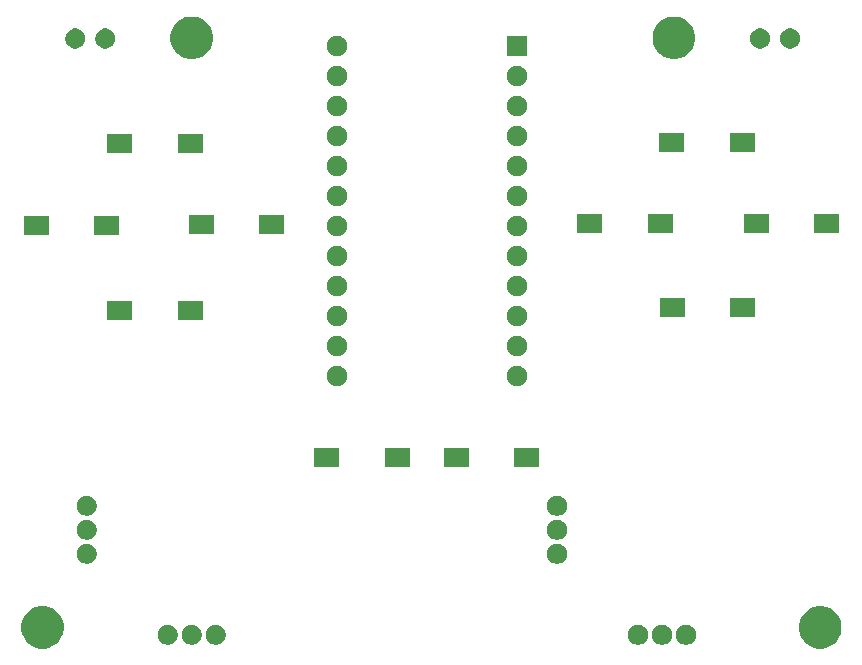
<source format=gbr>
G04 #@! TF.GenerationSoftware,KiCad,Pcbnew,5.0.2+dfsg1-1~bpo9+1*
G04 #@! TF.CreationDate,2019-05-16T11:20:28+01:00*
G04 #@! TF.ProjectId,arduino_controller_psp_stick,61726475-696e-46f5-9f63-6f6e74726f6c,rev?*
G04 #@! TF.SameCoordinates,Original*
G04 #@! TF.FileFunction,Soldermask,Top*
G04 #@! TF.FilePolarity,Negative*
%FSLAX46Y46*%
G04 Gerber Fmt 4.6, Leading zero omitted, Abs format (unit mm)*
G04 Created by KiCad (PCBNEW 5.0.2+dfsg1-1~bpo9+1) date Thu 16 May 2019 11:20:28 BST*
%MOMM*%
%LPD*%
G01*
G04 APERTURE LIST*
%ADD10C,0.100000*%
G04 APERTURE END LIST*
D10*
G36*
X180103331Y-115679711D02*
X180431092Y-115815474D01*
X180726073Y-116012574D01*
X180976926Y-116263427D01*
X181174026Y-116558408D01*
X181309789Y-116886169D01*
X181379000Y-117234116D01*
X181379000Y-117588884D01*
X181309789Y-117936831D01*
X181174026Y-118264592D01*
X180976926Y-118559573D01*
X180726073Y-118810426D01*
X180431092Y-119007526D01*
X180103331Y-119143289D01*
X179755384Y-119212500D01*
X179400616Y-119212500D01*
X179052669Y-119143289D01*
X178724908Y-119007526D01*
X178429927Y-118810426D01*
X178179074Y-118559573D01*
X177981974Y-118264592D01*
X177846211Y-117936831D01*
X177777000Y-117588884D01*
X177777000Y-117234116D01*
X177846211Y-116886169D01*
X177981974Y-116558408D01*
X178179074Y-116263427D01*
X178429927Y-116012574D01*
X178724908Y-115815474D01*
X179052669Y-115679711D01*
X179400616Y-115610500D01*
X179755384Y-115610500D01*
X180103331Y-115679711D01*
X180103331Y-115679711D01*
G37*
G36*
X114253831Y-115679711D02*
X114581592Y-115815474D01*
X114876573Y-116012574D01*
X115127426Y-116263427D01*
X115324526Y-116558408D01*
X115460289Y-116886169D01*
X115529500Y-117234116D01*
X115529500Y-117588884D01*
X115460289Y-117936831D01*
X115324526Y-118264592D01*
X115127426Y-118559573D01*
X114876573Y-118810426D01*
X114581592Y-119007526D01*
X114253831Y-119143289D01*
X113905884Y-119212500D01*
X113551116Y-119212500D01*
X113203169Y-119143289D01*
X112875408Y-119007526D01*
X112580427Y-118810426D01*
X112329574Y-118559573D01*
X112132474Y-118264592D01*
X111996711Y-117936831D01*
X111927500Y-117588884D01*
X111927500Y-117234116D01*
X111996711Y-116886169D01*
X112132474Y-116558408D01*
X112329574Y-116263427D01*
X112580427Y-116012574D01*
X112875408Y-115815474D01*
X113203169Y-115679711D01*
X113551116Y-115610500D01*
X113905884Y-115610500D01*
X114253831Y-115679711D01*
X114253831Y-115679711D01*
G37*
G36*
X126613228Y-117228203D02*
X126768100Y-117292353D01*
X126907481Y-117385485D01*
X127026015Y-117504019D01*
X127119147Y-117643400D01*
X127183297Y-117798272D01*
X127216000Y-117962684D01*
X127216000Y-118130316D01*
X127183297Y-118294728D01*
X127119147Y-118449600D01*
X127026015Y-118588981D01*
X126907481Y-118707515D01*
X126768100Y-118800647D01*
X126613228Y-118864797D01*
X126448816Y-118897500D01*
X126281184Y-118897500D01*
X126116772Y-118864797D01*
X125961900Y-118800647D01*
X125822519Y-118707515D01*
X125703985Y-118588981D01*
X125610853Y-118449600D01*
X125546703Y-118294728D01*
X125514000Y-118130316D01*
X125514000Y-117962684D01*
X125546703Y-117798272D01*
X125610853Y-117643400D01*
X125703985Y-117504019D01*
X125822519Y-117385485D01*
X125961900Y-117292353D01*
X126116772Y-117228203D01*
X126281184Y-117195500D01*
X126448816Y-117195500D01*
X126613228Y-117228203D01*
X126613228Y-117228203D01*
G37*
G36*
X128645228Y-117228203D02*
X128800100Y-117292353D01*
X128939481Y-117385485D01*
X129058015Y-117504019D01*
X129151147Y-117643400D01*
X129215297Y-117798272D01*
X129248000Y-117962684D01*
X129248000Y-118130316D01*
X129215297Y-118294728D01*
X129151147Y-118449600D01*
X129058015Y-118588981D01*
X128939481Y-118707515D01*
X128800100Y-118800647D01*
X128645228Y-118864797D01*
X128480816Y-118897500D01*
X128313184Y-118897500D01*
X128148772Y-118864797D01*
X127993900Y-118800647D01*
X127854519Y-118707515D01*
X127735985Y-118588981D01*
X127642853Y-118449600D01*
X127578703Y-118294728D01*
X127546000Y-118130316D01*
X127546000Y-117962684D01*
X127578703Y-117798272D01*
X127642853Y-117643400D01*
X127735985Y-117504019D01*
X127854519Y-117385485D01*
X127993900Y-117292353D01*
X128148772Y-117228203D01*
X128313184Y-117195500D01*
X128480816Y-117195500D01*
X128645228Y-117228203D01*
X128645228Y-117228203D01*
G37*
G36*
X124581228Y-117228203D02*
X124736100Y-117292353D01*
X124875481Y-117385485D01*
X124994015Y-117504019D01*
X125087147Y-117643400D01*
X125151297Y-117798272D01*
X125184000Y-117962684D01*
X125184000Y-118130316D01*
X125151297Y-118294728D01*
X125087147Y-118449600D01*
X124994015Y-118588981D01*
X124875481Y-118707515D01*
X124736100Y-118800647D01*
X124581228Y-118864797D01*
X124416816Y-118897500D01*
X124249184Y-118897500D01*
X124084772Y-118864797D01*
X123929900Y-118800647D01*
X123790519Y-118707515D01*
X123671985Y-118588981D01*
X123578853Y-118449600D01*
X123514703Y-118294728D01*
X123482000Y-118130316D01*
X123482000Y-117962684D01*
X123514703Y-117798272D01*
X123578853Y-117643400D01*
X123671985Y-117504019D01*
X123790519Y-117385485D01*
X123929900Y-117292353D01*
X124084772Y-117228203D01*
X124249184Y-117195500D01*
X124416816Y-117195500D01*
X124581228Y-117228203D01*
X124581228Y-117228203D01*
G37*
G36*
X164395728Y-117228203D02*
X164550600Y-117292353D01*
X164689981Y-117385485D01*
X164808515Y-117504019D01*
X164901647Y-117643400D01*
X164965797Y-117798272D01*
X164998500Y-117962684D01*
X164998500Y-118130316D01*
X164965797Y-118294728D01*
X164901647Y-118449600D01*
X164808515Y-118588981D01*
X164689981Y-118707515D01*
X164550600Y-118800647D01*
X164395728Y-118864797D01*
X164231316Y-118897500D01*
X164063684Y-118897500D01*
X163899272Y-118864797D01*
X163744400Y-118800647D01*
X163605019Y-118707515D01*
X163486485Y-118588981D01*
X163393353Y-118449600D01*
X163329203Y-118294728D01*
X163296500Y-118130316D01*
X163296500Y-117962684D01*
X163329203Y-117798272D01*
X163393353Y-117643400D01*
X163486485Y-117504019D01*
X163605019Y-117385485D01*
X163744400Y-117292353D01*
X163899272Y-117228203D01*
X164063684Y-117195500D01*
X164231316Y-117195500D01*
X164395728Y-117228203D01*
X164395728Y-117228203D01*
G37*
G36*
X168459728Y-117228203D02*
X168614600Y-117292353D01*
X168753981Y-117385485D01*
X168872515Y-117504019D01*
X168965647Y-117643400D01*
X169029797Y-117798272D01*
X169062500Y-117962684D01*
X169062500Y-118130316D01*
X169029797Y-118294728D01*
X168965647Y-118449600D01*
X168872515Y-118588981D01*
X168753981Y-118707515D01*
X168614600Y-118800647D01*
X168459728Y-118864797D01*
X168295316Y-118897500D01*
X168127684Y-118897500D01*
X167963272Y-118864797D01*
X167808400Y-118800647D01*
X167669019Y-118707515D01*
X167550485Y-118588981D01*
X167457353Y-118449600D01*
X167393203Y-118294728D01*
X167360500Y-118130316D01*
X167360500Y-117962684D01*
X167393203Y-117798272D01*
X167457353Y-117643400D01*
X167550485Y-117504019D01*
X167669019Y-117385485D01*
X167808400Y-117292353D01*
X167963272Y-117228203D01*
X168127684Y-117195500D01*
X168295316Y-117195500D01*
X168459728Y-117228203D01*
X168459728Y-117228203D01*
G37*
G36*
X166427728Y-117228203D02*
X166582600Y-117292353D01*
X166721981Y-117385485D01*
X166840515Y-117504019D01*
X166933647Y-117643400D01*
X166997797Y-117798272D01*
X167030500Y-117962684D01*
X167030500Y-118130316D01*
X166997797Y-118294728D01*
X166933647Y-118449600D01*
X166840515Y-118588981D01*
X166721981Y-118707515D01*
X166582600Y-118800647D01*
X166427728Y-118864797D01*
X166263316Y-118897500D01*
X166095684Y-118897500D01*
X165931272Y-118864797D01*
X165776400Y-118800647D01*
X165637019Y-118707515D01*
X165518485Y-118588981D01*
X165425353Y-118449600D01*
X165361203Y-118294728D01*
X165328500Y-118130316D01*
X165328500Y-117962684D01*
X165361203Y-117798272D01*
X165425353Y-117643400D01*
X165518485Y-117504019D01*
X165637019Y-117385485D01*
X165776400Y-117292353D01*
X165931272Y-117228203D01*
X166095684Y-117195500D01*
X166263316Y-117195500D01*
X166427728Y-117228203D01*
X166427728Y-117228203D01*
G37*
G36*
X117723228Y-110370203D02*
X117878100Y-110434353D01*
X118017481Y-110527485D01*
X118136015Y-110646019D01*
X118229147Y-110785400D01*
X118293297Y-110940272D01*
X118326000Y-111104684D01*
X118326000Y-111272316D01*
X118293297Y-111436728D01*
X118229147Y-111591600D01*
X118136015Y-111730981D01*
X118017481Y-111849515D01*
X117878100Y-111942647D01*
X117723228Y-112006797D01*
X117558816Y-112039500D01*
X117391184Y-112039500D01*
X117226772Y-112006797D01*
X117071900Y-111942647D01*
X116932519Y-111849515D01*
X116813985Y-111730981D01*
X116720853Y-111591600D01*
X116656703Y-111436728D01*
X116624000Y-111272316D01*
X116624000Y-111104684D01*
X116656703Y-110940272D01*
X116720853Y-110785400D01*
X116813985Y-110646019D01*
X116932519Y-110527485D01*
X117071900Y-110434353D01*
X117226772Y-110370203D01*
X117391184Y-110337500D01*
X117558816Y-110337500D01*
X117723228Y-110370203D01*
X117723228Y-110370203D01*
G37*
G36*
X157537728Y-110370203D02*
X157692600Y-110434353D01*
X157831981Y-110527485D01*
X157950515Y-110646019D01*
X158043647Y-110785400D01*
X158107797Y-110940272D01*
X158140500Y-111104684D01*
X158140500Y-111272316D01*
X158107797Y-111436728D01*
X158043647Y-111591600D01*
X157950515Y-111730981D01*
X157831981Y-111849515D01*
X157692600Y-111942647D01*
X157537728Y-112006797D01*
X157373316Y-112039500D01*
X157205684Y-112039500D01*
X157041272Y-112006797D01*
X156886400Y-111942647D01*
X156747019Y-111849515D01*
X156628485Y-111730981D01*
X156535353Y-111591600D01*
X156471203Y-111436728D01*
X156438500Y-111272316D01*
X156438500Y-111104684D01*
X156471203Y-110940272D01*
X156535353Y-110785400D01*
X156628485Y-110646019D01*
X156747019Y-110527485D01*
X156886400Y-110434353D01*
X157041272Y-110370203D01*
X157205684Y-110337500D01*
X157373316Y-110337500D01*
X157537728Y-110370203D01*
X157537728Y-110370203D01*
G37*
G36*
X117723228Y-108338203D02*
X117878100Y-108402353D01*
X118017481Y-108495485D01*
X118136015Y-108614019D01*
X118229147Y-108753400D01*
X118293297Y-108908272D01*
X118326000Y-109072684D01*
X118326000Y-109240316D01*
X118293297Y-109404728D01*
X118229147Y-109559600D01*
X118136015Y-109698981D01*
X118017481Y-109817515D01*
X117878100Y-109910647D01*
X117723228Y-109974797D01*
X117558816Y-110007500D01*
X117391184Y-110007500D01*
X117226772Y-109974797D01*
X117071900Y-109910647D01*
X116932519Y-109817515D01*
X116813985Y-109698981D01*
X116720853Y-109559600D01*
X116656703Y-109404728D01*
X116624000Y-109240316D01*
X116624000Y-109072684D01*
X116656703Y-108908272D01*
X116720853Y-108753400D01*
X116813985Y-108614019D01*
X116932519Y-108495485D01*
X117071900Y-108402353D01*
X117226772Y-108338203D01*
X117391184Y-108305500D01*
X117558816Y-108305500D01*
X117723228Y-108338203D01*
X117723228Y-108338203D01*
G37*
G36*
X157537728Y-108338203D02*
X157692600Y-108402353D01*
X157831981Y-108495485D01*
X157950515Y-108614019D01*
X158043647Y-108753400D01*
X158107797Y-108908272D01*
X158140500Y-109072684D01*
X158140500Y-109240316D01*
X158107797Y-109404728D01*
X158043647Y-109559600D01*
X157950515Y-109698981D01*
X157831981Y-109817515D01*
X157692600Y-109910647D01*
X157537728Y-109974797D01*
X157373316Y-110007500D01*
X157205684Y-110007500D01*
X157041272Y-109974797D01*
X156886400Y-109910647D01*
X156747019Y-109817515D01*
X156628485Y-109698981D01*
X156535353Y-109559600D01*
X156471203Y-109404728D01*
X156438500Y-109240316D01*
X156438500Y-109072684D01*
X156471203Y-108908272D01*
X156535353Y-108753400D01*
X156628485Y-108614019D01*
X156747019Y-108495485D01*
X156886400Y-108402353D01*
X157041272Y-108338203D01*
X157205684Y-108305500D01*
X157373316Y-108305500D01*
X157537728Y-108338203D01*
X157537728Y-108338203D01*
G37*
G36*
X117723228Y-106306203D02*
X117878100Y-106370353D01*
X118017481Y-106463485D01*
X118136015Y-106582019D01*
X118229147Y-106721400D01*
X118293297Y-106876272D01*
X118326000Y-107040684D01*
X118326000Y-107208316D01*
X118293297Y-107372728D01*
X118229147Y-107527600D01*
X118136015Y-107666981D01*
X118017481Y-107785515D01*
X117878100Y-107878647D01*
X117723228Y-107942797D01*
X117558816Y-107975500D01*
X117391184Y-107975500D01*
X117226772Y-107942797D01*
X117071900Y-107878647D01*
X116932519Y-107785515D01*
X116813985Y-107666981D01*
X116720853Y-107527600D01*
X116656703Y-107372728D01*
X116624000Y-107208316D01*
X116624000Y-107040684D01*
X116656703Y-106876272D01*
X116720853Y-106721400D01*
X116813985Y-106582019D01*
X116932519Y-106463485D01*
X117071900Y-106370353D01*
X117226772Y-106306203D01*
X117391184Y-106273500D01*
X117558816Y-106273500D01*
X117723228Y-106306203D01*
X117723228Y-106306203D01*
G37*
G36*
X157537728Y-106306203D02*
X157692600Y-106370353D01*
X157831981Y-106463485D01*
X157950515Y-106582019D01*
X158043647Y-106721400D01*
X158107797Y-106876272D01*
X158140500Y-107040684D01*
X158140500Y-107208316D01*
X158107797Y-107372728D01*
X158043647Y-107527600D01*
X157950515Y-107666981D01*
X157831981Y-107785515D01*
X157692600Y-107878647D01*
X157537728Y-107942797D01*
X157373316Y-107975500D01*
X157205684Y-107975500D01*
X157041272Y-107942797D01*
X156886400Y-107878647D01*
X156747019Y-107785515D01*
X156628485Y-107666981D01*
X156535353Y-107527600D01*
X156471203Y-107372728D01*
X156438500Y-107208316D01*
X156438500Y-107040684D01*
X156471203Y-106876272D01*
X156535353Y-106721400D01*
X156628485Y-106582019D01*
X156747019Y-106463485D01*
X156886400Y-106370353D01*
X157041272Y-106306203D01*
X157205684Y-106273500D01*
X157373316Y-106273500D01*
X157537728Y-106306203D01*
X157537728Y-106306203D01*
G37*
G36*
X144815000Y-103798000D02*
X142713000Y-103798000D01*
X142713000Y-102196000D01*
X144815000Y-102196000D01*
X144815000Y-103798000D01*
X144815000Y-103798000D01*
G37*
G36*
X149831500Y-103798000D02*
X147729500Y-103798000D01*
X147729500Y-102196000D01*
X149831500Y-102196000D01*
X149831500Y-103798000D01*
X149831500Y-103798000D01*
G37*
G36*
X138846000Y-103798000D02*
X136744000Y-103798000D01*
X136744000Y-102196000D01*
X138846000Y-102196000D01*
X138846000Y-103798000D01*
X138846000Y-103798000D01*
G37*
G36*
X155800500Y-103798000D02*
X153698500Y-103798000D01*
X153698500Y-102196000D01*
X155800500Y-102196000D01*
X155800500Y-103798000D01*
X155800500Y-103798000D01*
G37*
G36*
X138906728Y-95303203D02*
X139061600Y-95367353D01*
X139200981Y-95460485D01*
X139319515Y-95579019D01*
X139412647Y-95718400D01*
X139476797Y-95873272D01*
X139509500Y-96037684D01*
X139509500Y-96205316D01*
X139476797Y-96369728D01*
X139412647Y-96524600D01*
X139319515Y-96663981D01*
X139200981Y-96782515D01*
X139061600Y-96875647D01*
X138906728Y-96939797D01*
X138742316Y-96972500D01*
X138574684Y-96972500D01*
X138410272Y-96939797D01*
X138255400Y-96875647D01*
X138116019Y-96782515D01*
X137997485Y-96663981D01*
X137904353Y-96524600D01*
X137840203Y-96369728D01*
X137807500Y-96205316D01*
X137807500Y-96037684D01*
X137840203Y-95873272D01*
X137904353Y-95718400D01*
X137997485Y-95579019D01*
X138116019Y-95460485D01*
X138255400Y-95367353D01*
X138410272Y-95303203D01*
X138574684Y-95270500D01*
X138742316Y-95270500D01*
X138906728Y-95303203D01*
X138906728Y-95303203D01*
G37*
G36*
X154146728Y-95303203D02*
X154301600Y-95367353D01*
X154440981Y-95460485D01*
X154559515Y-95579019D01*
X154652647Y-95718400D01*
X154716797Y-95873272D01*
X154749500Y-96037684D01*
X154749500Y-96205316D01*
X154716797Y-96369728D01*
X154652647Y-96524600D01*
X154559515Y-96663981D01*
X154440981Y-96782515D01*
X154301600Y-96875647D01*
X154146728Y-96939797D01*
X153982316Y-96972500D01*
X153814684Y-96972500D01*
X153650272Y-96939797D01*
X153495400Y-96875647D01*
X153356019Y-96782515D01*
X153237485Y-96663981D01*
X153144353Y-96524600D01*
X153080203Y-96369728D01*
X153047500Y-96205316D01*
X153047500Y-96037684D01*
X153080203Y-95873272D01*
X153144353Y-95718400D01*
X153237485Y-95579019D01*
X153356019Y-95460485D01*
X153495400Y-95367353D01*
X153650272Y-95303203D01*
X153814684Y-95270500D01*
X153982316Y-95270500D01*
X154146728Y-95303203D01*
X154146728Y-95303203D01*
G37*
G36*
X138906728Y-92763203D02*
X139061600Y-92827353D01*
X139200981Y-92920485D01*
X139319515Y-93039019D01*
X139412647Y-93178400D01*
X139476797Y-93333272D01*
X139509500Y-93497684D01*
X139509500Y-93665316D01*
X139476797Y-93829728D01*
X139412647Y-93984600D01*
X139319515Y-94123981D01*
X139200981Y-94242515D01*
X139061600Y-94335647D01*
X138906728Y-94399797D01*
X138742316Y-94432500D01*
X138574684Y-94432500D01*
X138410272Y-94399797D01*
X138255400Y-94335647D01*
X138116019Y-94242515D01*
X137997485Y-94123981D01*
X137904353Y-93984600D01*
X137840203Y-93829728D01*
X137807500Y-93665316D01*
X137807500Y-93497684D01*
X137840203Y-93333272D01*
X137904353Y-93178400D01*
X137997485Y-93039019D01*
X138116019Y-92920485D01*
X138255400Y-92827353D01*
X138410272Y-92763203D01*
X138574684Y-92730500D01*
X138742316Y-92730500D01*
X138906728Y-92763203D01*
X138906728Y-92763203D01*
G37*
G36*
X154146728Y-92763203D02*
X154301600Y-92827353D01*
X154440981Y-92920485D01*
X154559515Y-93039019D01*
X154652647Y-93178400D01*
X154716797Y-93333272D01*
X154749500Y-93497684D01*
X154749500Y-93665316D01*
X154716797Y-93829728D01*
X154652647Y-93984600D01*
X154559515Y-94123981D01*
X154440981Y-94242515D01*
X154301600Y-94335647D01*
X154146728Y-94399797D01*
X153982316Y-94432500D01*
X153814684Y-94432500D01*
X153650272Y-94399797D01*
X153495400Y-94335647D01*
X153356019Y-94242515D01*
X153237485Y-94123981D01*
X153144353Y-93984600D01*
X153080203Y-93829728D01*
X153047500Y-93665316D01*
X153047500Y-93497684D01*
X153080203Y-93333272D01*
X153144353Y-93178400D01*
X153237485Y-93039019D01*
X153356019Y-92920485D01*
X153495400Y-92827353D01*
X153650272Y-92763203D01*
X153814684Y-92730500D01*
X153982316Y-92730500D01*
X154146728Y-92763203D01*
X154146728Y-92763203D01*
G37*
G36*
X138906728Y-90223203D02*
X139061600Y-90287353D01*
X139200981Y-90380485D01*
X139319515Y-90499019D01*
X139412647Y-90638400D01*
X139476797Y-90793272D01*
X139509500Y-90957684D01*
X139509500Y-91125316D01*
X139476797Y-91289728D01*
X139412647Y-91444600D01*
X139319515Y-91583981D01*
X139200981Y-91702515D01*
X139061600Y-91795647D01*
X138906728Y-91859797D01*
X138742316Y-91892500D01*
X138574684Y-91892500D01*
X138410272Y-91859797D01*
X138255400Y-91795647D01*
X138116019Y-91702515D01*
X137997485Y-91583981D01*
X137904353Y-91444600D01*
X137840203Y-91289728D01*
X137807500Y-91125316D01*
X137807500Y-90957684D01*
X137840203Y-90793272D01*
X137904353Y-90638400D01*
X137997485Y-90499019D01*
X138116019Y-90380485D01*
X138255400Y-90287353D01*
X138410272Y-90223203D01*
X138574684Y-90190500D01*
X138742316Y-90190500D01*
X138906728Y-90223203D01*
X138906728Y-90223203D01*
G37*
G36*
X154146728Y-90223203D02*
X154301600Y-90287353D01*
X154440981Y-90380485D01*
X154559515Y-90499019D01*
X154652647Y-90638400D01*
X154716797Y-90793272D01*
X154749500Y-90957684D01*
X154749500Y-91125316D01*
X154716797Y-91289728D01*
X154652647Y-91444600D01*
X154559515Y-91583981D01*
X154440981Y-91702515D01*
X154301600Y-91795647D01*
X154146728Y-91859797D01*
X153982316Y-91892500D01*
X153814684Y-91892500D01*
X153650272Y-91859797D01*
X153495400Y-91795647D01*
X153356019Y-91702515D01*
X153237485Y-91583981D01*
X153144353Y-91444600D01*
X153080203Y-91289728D01*
X153047500Y-91125316D01*
X153047500Y-90957684D01*
X153080203Y-90793272D01*
X153144353Y-90638400D01*
X153237485Y-90499019D01*
X153356019Y-90380485D01*
X153495400Y-90287353D01*
X153650272Y-90223203D01*
X153814684Y-90190500D01*
X153982316Y-90190500D01*
X154146728Y-90223203D01*
X154146728Y-90223203D01*
G37*
G36*
X121320000Y-91352000D02*
X119218000Y-91352000D01*
X119218000Y-89750000D01*
X121320000Y-89750000D01*
X121320000Y-91352000D01*
X121320000Y-91352000D01*
G37*
G36*
X127289000Y-91352000D02*
X125187000Y-91352000D01*
X125187000Y-89750000D01*
X127289000Y-89750000D01*
X127289000Y-91352000D01*
X127289000Y-91352000D01*
G37*
G36*
X174088500Y-91098000D02*
X171986500Y-91098000D01*
X171986500Y-89496000D01*
X174088500Y-89496000D01*
X174088500Y-91098000D01*
X174088500Y-91098000D01*
G37*
G36*
X168119500Y-91098000D02*
X166017500Y-91098000D01*
X166017500Y-89496000D01*
X168119500Y-89496000D01*
X168119500Y-91098000D01*
X168119500Y-91098000D01*
G37*
G36*
X138906728Y-87683203D02*
X139061600Y-87747353D01*
X139200981Y-87840485D01*
X139319515Y-87959019D01*
X139412647Y-88098400D01*
X139476797Y-88253272D01*
X139509500Y-88417684D01*
X139509500Y-88585316D01*
X139476797Y-88749728D01*
X139412647Y-88904600D01*
X139319515Y-89043981D01*
X139200981Y-89162515D01*
X139061600Y-89255647D01*
X138906728Y-89319797D01*
X138742316Y-89352500D01*
X138574684Y-89352500D01*
X138410272Y-89319797D01*
X138255400Y-89255647D01*
X138116019Y-89162515D01*
X137997485Y-89043981D01*
X137904353Y-88904600D01*
X137840203Y-88749728D01*
X137807500Y-88585316D01*
X137807500Y-88417684D01*
X137840203Y-88253272D01*
X137904353Y-88098400D01*
X137997485Y-87959019D01*
X138116019Y-87840485D01*
X138255400Y-87747353D01*
X138410272Y-87683203D01*
X138574684Y-87650500D01*
X138742316Y-87650500D01*
X138906728Y-87683203D01*
X138906728Y-87683203D01*
G37*
G36*
X154146728Y-87683203D02*
X154301600Y-87747353D01*
X154440981Y-87840485D01*
X154559515Y-87959019D01*
X154652647Y-88098400D01*
X154716797Y-88253272D01*
X154749500Y-88417684D01*
X154749500Y-88585316D01*
X154716797Y-88749728D01*
X154652647Y-88904600D01*
X154559515Y-89043981D01*
X154440981Y-89162515D01*
X154301600Y-89255647D01*
X154146728Y-89319797D01*
X153982316Y-89352500D01*
X153814684Y-89352500D01*
X153650272Y-89319797D01*
X153495400Y-89255647D01*
X153356019Y-89162515D01*
X153237485Y-89043981D01*
X153144353Y-88904600D01*
X153080203Y-88749728D01*
X153047500Y-88585316D01*
X153047500Y-88417684D01*
X153080203Y-88253272D01*
X153144353Y-88098400D01*
X153237485Y-87959019D01*
X153356019Y-87840485D01*
X153495400Y-87747353D01*
X153650272Y-87683203D01*
X153814684Y-87650500D01*
X153982316Y-87650500D01*
X154146728Y-87683203D01*
X154146728Y-87683203D01*
G37*
G36*
X154146728Y-85143203D02*
X154301600Y-85207353D01*
X154440981Y-85300485D01*
X154559515Y-85419019D01*
X154652647Y-85558400D01*
X154716797Y-85713272D01*
X154749500Y-85877684D01*
X154749500Y-86045316D01*
X154716797Y-86209728D01*
X154652647Y-86364600D01*
X154559515Y-86503981D01*
X154440981Y-86622515D01*
X154301600Y-86715647D01*
X154146728Y-86779797D01*
X153982316Y-86812500D01*
X153814684Y-86812500D01*
X153650272Y-86779797D01*
X153495400Y-86715647D01*
X153356019Y-86622515D01*
X153237485Y-86503981D01*
X153144353Y-86364600D01*
X153080203Y-86209728D01*
X153047500Y-86045316D01*
X153047500Y-85877684D01*
X153080203Y-85713272D01*
X153144353Y-85558400D01*
X153237485Y-85419019D01*
X153356019Y-85300485D01*
X153495400Y-85207353D01*
X153650272Y-85143203D01*
X153814684Y-85110500D01*
X153982316Y-85110500D01*
X154146728Y-85143203D01*
X154146728Y-85143203D01*
G37*
G36*
X138906728Y-85143203D02*
X139061600Y-85207353D01*
X139200981Y-85300485D01*
X139319515Y-85419019D01*
X139412647Y-85558400D01*
X139476797Y-85713272D01*
X139509500Y-85877684D01*
X139509500Y-86045316D01*
X139476797Y-86209728D01*
X139412647Y-86364600D01*
X139319515Y-86503981D01*
X139200981Y-86622515D01*
X139061600Y-86715647D01*
X138906728Y-86779797D01*
X138742316Y-86812500D01*
X138574684Y-86812500D01*
X138410272Y-86779797D01*
X138255400Y-86715647D01*
X138116019Y-86622515D01*
X137997485Y-86503981D01*
X137904353Y-86364600D01*
X137840203Y-86209728D01*
X137807500Y-86045316D01*
X137807500Y-85877684D01*
X137840203Y-85713272D01*
X137904353Y-85558400D01*
X137997485Y-85419019D01*
X138116019Y-85300485D01*
X138255400Y-85207353D01*
X138410272Y-85143203D01*
X138574684Y-85110500D01*
X138742316Y-85110500D01*
X138906728Y-85143203D01*
X138906728Y-85143203D01*
G37*
G36*
X154146728Y-82603203D02*
X154301600Y-82667353D01*
X154440981Y-82760485D01*
X154559515Y-82879019D01*
X154652647Y-83018400D01*
X154716797Y-83173272D01*
X154749500Y-83337684D01*
X154749500Y-83505316D01*
X154716797Y-83669728D01*
X154652647Y-83824600D01*
X154559515Y-83963981D01*
X154440981Y-84082515D01*
X154301600Y-84175647D01*
X154146728Y-84239797D01*
X153982316Y-84272500D01*
X153814684Y-84272500D01*
X153650272Y-84239797D01*
X153495400Y-84175647D01*
X153356019Y-84082515D01*
X153237485Y-83963981D01*
X153144353Y-83824600D01*
X153080203Y-83669728D01*
X153047500Y-83505316D01*
X153047500Y-83337684D01*
X153080203Y-83173272D01*
X153144353Y-83018400D01*
X153237485Y-82879019D01*
X153356019Y-82760485D01*
X153495400Y-82667353D01*
X153650272Y-82603203D01*
X153814684Y-82570500D01*
X153982316Y-82570500D01*
X154146728Y-82603203D01*
X154146728Y-82603203D01*
G37*
G36*
X138906728Y-82603203D02*
X139061600Y-82667353D01*
X139200981Y-82760485D01*
X139319515Y-82879019D01*
X139412647Y-83018400D01*
X139476797Y-83173272D01*
X139509500Y-83337684D01*
X139509500Y-83505316D01*
X139476797Y-83669728D01*
X139412647Y-83824600D01*
X139319515Y-83963981D01*
X139200981Y-84082515D01*
X139061600Y-84175647D01*
X138906728Y-84239797D01*
X138742316Y-84272500D01*
X138574684Y-84272500D01*
X138410272Y-84239797D01*
X138255400Y-84175647D01*
X138116019Y-84082515D01*
X137997485Y-83963981D01*
X137904353Y-83824600D01*
X137840203Y-83669728D01*
X137807500Y-83505316D01*
X137807500Y-83337684D01*
X137840203Y-83173272D01*
X137904353Y-83018400D01*
X137997485Y-82879019D01*
X138116019Y-82760485D01*
X138255400Y-82667353D01*
X138410272Y-82603203D01*
X138574684Y-82570500D01*
X138742316Y-82570500D01*
X138906728Y-82603203D01*
X138906728Y-82603203D01*
G37*
G36*
X114271500Y-84176500D02*
X112169500Y-84176500D01*
X112169500Y-82574500D01*
X114271500Y-82574500D01*
X114271500Y-84176500D01*
X114271500Y-84176500D01*
G37*
G36*
X120240500Y-84176500D02*
X118138500Y-84176500D01*
X118138500Y-82574500D01*
X120240500Y-82574500D01*
X120240500Y-84176500D01*
X120240500Y-84176500D01*
G37*
G36*
X128241500Y-84113000D02*
X126139500Y-84113000D01*
X126139500Y-82511000D01*
X128241500Y-82511000D01*
X128241500Y-84113000D01*
X128241500Y-84113000D01*
G37*
G36*
X134210500Y-84113000D02*
X132108500Y-84113000D01*
X132108500Y-82511000D01*
X134210500Y-82511000D01*
X134210500Y-84113000D01*
X134210500Y-84113000D01*
G37*
G36*
X167103500Y-84049500D02*
X165001500Y-84049500D01*
X165001500Y-82447500D01*
X167103500Y-82447500D01*
X167103500Y-84049500D01*
X167103500Y-84049500D01*
G37*
G36*
X161134500Y-84049500D02*
X159032500Y-84049500D01*
X159032500Y-82447500D01*
X161134500Y-82447500D01*
X161134500Y-84049500D01*
X161134500Y-84049500D01*
G37*
G36*
X181200500Y-83986000D02*
X179098500Y-83986000D01*
X179098500Y-82384000D01*
X181200500Y-82384000D01*
X181200500Y-83986000D01*
X181200500Y-83986000D01*
G37*
G36*
X175231500Y-83986000D02*
X173129500Y-83986000D01*
X173129500Y-82384000D01*
X175231500Y-82384000D01*
X175231500Y-83986000D01*
X175231500Y-83986000D01*
G37*
G36*
X138906728Y-80063203D02*
X139061600Y-80127353D01*
X139200981Y-80220485D01*
X139319515Y-80339019D01*
X139412647Y-80478400D01*
X139476797Y-80633272D01*
X139509500Y-80797684D01*
X139509500Y-80965316D01*
X139476797Y-81129728D01*
X139412647Y-81284600D01*
X139319515Y-81423981D01*
X139200981Y-81542515D01*
X139061600Y-81635647D01*
X138906728Y-81699797D01*
X138742316Y-81732500D01*
X138574684Y-81732500D01*
X138410272Y-81699797D01*
X138255400Y-81635647D01*
X138116019Y-81542515D01*
X137997485Y-81423981D01*
X137904353Y-81284600D01*
X137840203Y-81129728D01*
X137807500Y-80965316D01*
X137807500Y-80797684D01*
X137840203Y-80633272D01*
X137904353Y-80478400D01*
X137997485Y-80339019D01*
X138116019Y-80220485D01*
X138255400Y-80127353D01*
X138410272Y-80063203D01*
X138574684Y-80030500D01*
X138742316Y-80030500D01*
X138906728Y-80063203D01*
X138906728Y-80063203D01*
G37*
G36*
X154146728Y-80063203D02*
X154301600Y-80127353D01*
X154440981Y-80220485D01*
X154559515Y-80339019D01*
X154652647Y-80478400D01*
X154716797Y-80633272D01*
X154749500Y-80797684D01*
X154749500Y-80965316D01*
X154716797Y-81129728D01*
X154652647Y-81284600D01*
X154559515Y-81423981D01*
X154440981Y-81542515D01*
X154301600Y-81635647D01*
X154146728Y-81699797D01*
X153982316Y-81732500D01*
X153814684Y-81732500D01*
X153650272Y-81699797D01*
X153495400Y-81635647D01*
X153356019Y-81542515D01*
X153237485Y-81423981D01*
X153144353Y-81284600D01*
X153080203Y-81129728D01*
X153047500Y-80965316D01*
X153047500Y-80797684D01*
X153080203Y-80633272D01*
X153144353Y-80478400D01*
X153237485Y-80339019D01*
X153356019Y-80220485D01*
X153495400Y-80127353D01*
X153650272Y-80063203D01*
X153814684Y-80030500D01*
X153982316Y-80030500D01*
X154146728Y-80063203D01*
X154146728Y-80063203D01*
G37*
G36*
X154146728Y-77523203D02*
X154301600Y-77587353D01*
X154440981Y-77680485D01*
X154559515Y-77799019D01*
X154652647Y-77938400D01*
X154716797Y-78093272D01*
X154749500Y-78257684D01*
X154749500Y-78425316D01*
X154716797Y-78589728D01*
X154652647Y-78744600D01*
X154559515Y-78883981D01*
X154440981Y-79002515D01*
X154301600Y-79095647D01*
X154146728Y-79159797D01*
X153982316Y-79192500D01*
X153814684Y-79192500D01*
X153650272Y-79159797D01*
X153495400Y-79095647D01*
X153356019Y-79002515D01*
X153237485Y-78883981D01*
X153144353Y-78744600D01*
X153080203Y-78589728D01*
X153047500Y-78425316D01*
X153047500Y-78257684D01*
X153080203Y-78093272D01*
X153144353Y-77938400D01*
X153237485Y-77799019D01*
X153356019Y-77680485D01*
X153495400Y-77587353D01*
X153650272Y-77523203D01*
X153814684Y-77490500D01*
X153982316Y-77490500D01*
X154146728Y-77523203D01*
X154146728Y-77523203D01*
G37*
G36*
X138906728Y-77523203D02*
X139061600Y-77587353D01*
X139200981Y-77680485D01*
X139319515Y-77799019D01*
X139412647Y-77938400D01*
X139476797Y-78093272D01*
X139509500Y-78257684D01*
X139509500Y-78425316D01*
X139476797Y-78589728D01*
X139412647Y-78744600D01*
X139319515Y-78883981D01*
X139200981Y-79002515D01*
X139061600Y-79095647D01*
X138906728Y-79159797D01*
X138742316Y-79192500D01*
X138574684Y-79192500D01*
X138410272Y-79159797D01*
X138255400Y-79095647D01*
X138116019Y-79002515D01*
X137997485Y-78883981D01*
X137904353Y-78744600D01*
X137840203Y-78589728D01*
X137807500Y-78425316D01*
X137807500Y-78257684D01*
X137840203Y-78093272D01*
X137904353Y-77938400D01*
X137997485Y-77799019D01*
X138116019Y-77680485D01*
X138255400Y-77587353D01*
X138410272Y-77523203D01*
X138574684Y-77490500D01*
X138742316Y-77490500D01*
X138906728Y-77523203D01*
X138906728Y-77523203D01*
G37*
G36*
X127289000Y-77255000D02*
X125187000Y-77255000D01*
X125187000Y-75653000D01*
X127289000Y-75653000D01*
X127289000Y-77255000D01*
X127289000Y-77255000D01*
G37*
G36*
X121320000Y-77255000D02*
X119218000Y-77255000D01*
X119218000Y-75653000D01*
X121320000Y-75653000D01*
X121320000Y-77255000D01*
X121320000Y-77255000D01*
G37*
G36*
X174025000Y-77128000D02*
X171923000Y-77128000D01*
X171923000Y-75526000D01*
X174025000Y-75526000D01*
X174025000Y-77128000D01*
X174025000Y-77128000D01*
G37*
G36*
X168056000Y-77128000D02*
X165954000Y-77128000D01*
X165954000Y-75526000D01*
X168056000Y-75526000D01*
X168056000Y-77128000D01*
X168056000Y-77128000D01*
G37*
G36*
X154146728Y-74983203D02*
X154301600Y-75047353D01*
X154440981Y-75140485D01*
X154559515Y-75259019D01*
X154652647Y-75398400D01*
X154716797Y-75553272D01*
X154749500Y-75717684D01*
X154749500Y-75885316D01*
X154716797Y-76049728D01*
X154652647Y-76204600D01*
X154559515Y-76343981D01*
X154440981Y-76462515D01*
X154301600Y-76555647D01*
X154146728Y-76619797D01*
X153982316Y-76652500D01*
X153814684Y-76652500D01*
X153650272Y-76619797D01*
X153495400Y-76555647D01*
X153356019Y-76462515D01*
X153237485Y-76343981D01*
X153144353Y-76204600D01*
X153080203Y-76049728D01*
X153047500Y-75885316D01*
X153047500Y-75717684D01*
X153080203Y-75553272D01*
X153144353Y-75398400D01*
X153237485Y-75259019D01*
X153356019Y-75140485D01*
X153495400Y-75047353D01*
X153650272Y-74983203D01*
X153814684Y-74950500D01*
X153982316Y-74950500D01*
X154146728Y-74983203D01*
X154146728Y-74983203D01*
G37*
G36*
X138906728Y-74983203D02*
X139061600Y-75047353D01*
X139200981Y-75140485D01*
X139319515Y-75259019D01*
X139412647Y-75398400D01*
X139476797Y-75553272D01*
X139509500Y-75717684D01*
X139509500Y-75885316D01*
X139476797Y-76049728D01*
X139412647Y-76204600D01*
X139319515Y-76343981D01*
X139200981Y-76462515D01*
X139061600Y-76555647D01*
X138906728Y-76619797D01*
X138742316Y-76652500D01*
X138574684Y-76652500D01*
X138410272Y-76619797D01*
X138255400Y-76555647D01*
X138116019Y-76462515D01*
X137997485Y-76343981D01*
X137904353Y-76204600D01*
X137840203Y-76049728D01*
X137807500Y-75885316D01*
X137807500Y-75717684D01*
X137840203Y-75553272D01*
X137904353Y-75398400D01*
X137997485Y-75259019D01*
X138116019Y-75140485D01*
X138255400Y-75047353D01*
X138410272Y-74983203D01*
X138574684Y-74950500D01*
X138742316Y-74950500D01*
X138906728Y-74983203D01*
X138906728Y-74983203D01*
G37*
G36*
X138906728Y-72443203D02*
X139061600Y-72507353D01*
X139200981Y-72600485D01*
X139319515Y-72719019D01*
X139412647Y-72858400D01*
X139476797Y-73013272D01*
X139509500Y-73177684D01*
X139509500Y-73345316D01*
X139476797Y-73509728D01*
X139412647Y-73664600D01*
X139319515Y-73803981D01*
X139200981Y-73922515D01*
X139061600Y-74015647D01*
X138906728Y-74079797D01*
X138742316Y-74112500D01*
X138574684Y-74112500D01*
X138410272Y-74079797D01*
X138255400Y-74015647D01*
X138116019Y-73922515D01*
X137997485Y-73803981D01*
X137904353Y-73664600D01*
X137840203Y-73509728D01*
X137807500Y-73345316D01*
X137807500Y-73177684D01*
X137840203Y-73013272D01*
X137904353Y-72858400D01*
X137997485Y-72719019D01*
X138116019Y-72600485D01*
X138255400Y-72507353D01*
X138410272Y-72443203D01*
X138574684Y-72410500D01*
X138742316Y-72410500D01*
X138906728Y-72443203D01*
X138906728Y-72443203D01*
G37*
G36*
X154146728Y-72443203D02*
X154301600Y-72507353D01*
X154440981Y-72600485D01*
X154559515Y-72719019D01*
X154652647Y-72858400D01*
X154716797Y-73013272D01*
X154749500Y-73177684D01*
X154749500Y-73345316D01*
X154716797Y-73509728D01*
X154652647Y-73664600D01*
X154559515Y-73803981D01*
X154440981Y-73922515D01*
X154301600Y-74015647D01*
X154146728Y-74079797D01*
X153982316Y-74112500D01*
X153814684Y-74112500D01*
X153650272Y-74079797D01*
X153495400Y-74015647D01*
X153356019Y-73922515D01*
X153237485Y-73803981D01*
X153144353Y-73664600D01*
X153080203Y-73509728D01*
X153047500Y-73345316D01*
X153047500Y-73177684D01*
X153080203Y-73013272D01*
X153144353Y-72858400D01*
X153237485Y-72719019D01*
X153356019Y-72600485D01*
X153495400Y-72507353D01*
X153650272Y-72443203D01*
X153814684Y-72410500D01*
X153982316Y-72410500D01*
X154146728Y-72443203D01*
X154146728Y-72443203D01*
G37*
G36*
X138906728Y-69903203D02*
X139061600Y-69967353D01*
X139200981Y-70060485D01*
X139319515Y-70179019D01*
X139412647Y-70318400D01*
X139476797Y-70473272D01*
X139509500Y-70637684D01*
X139509500Y-70805316D01*
X139476797Y-70969728D01*
X139412647Y-71124600D01*
X139319515Y-71263981D01*
X139200981Y-71382515D01*
X139061600Y-71475647D01*
X138906728Y-71539797D01*
X138742316Y-71572500D01*
X138574684Y-71572500D01*
X138410272Y-71539797D01*
X138255400Y-71475647D01*
X138116019Y-71382515D01*
X137997485Y-71263981D01*
X137904353Y-71124600D01*
X137840203Y-70969728D01*
X137807500Y-70805316D01*
X137807500Y-70637684D01*
X137840203Y-70473272D01*
X137904353Y-70318400D01*
X137997485Y-70179019D01*
X138116019Y-70060485D01*
X138255400Y-69967353D01*
X138410272Y-69903203D01*
X138574684Y-69870500D01*
X138742316Y-69870500D01*
X138906728Y-69903203D01*
X138906728Y-69903203D01*
G37*
G36*
X154146728Y-69903203D02*
X154301600Y-69967353D01*
X154440981Y-70060485D01*
X154559515Y-70179019D01*
X154652647Y-70318400D01*
X154716797Y-70473272D01*
X154749500Y-70637684D01*
X154749500Y-70805316D01*
X154716797Y-70969728D01*
X154652647Y-71124600D01*
X154559515Y-71263981D01*
X154440981Y-71382515D01*
X154301600Y-71475647D01*
X154146728Y-71539797D01*
X153982316Y-71572500D01*
X153814684Y-71572500D01*
X153650272Y-71539797D01*
X153495400Y-71475647D01*
X153356019Y-71382515D01*
X153237485Y-71263981D01*
X153144353Y-71124600D01*
X153080203Y-70969728D01*
X153047500Y-70805316D01*
X153047500Y-70637684D01*
X153080203Y-70473272D01*
X153144353Y-70318400D01*
X153237485Y-70179019D01*
X153356019Y-70060485D01*
X153495400Y-69967353D01*
X153650272Y-69903203D01*
X153814684Y-69870500D01*
X153982316Y-69870500D01*
X154146728Y-69903203D01*
X154146728Y-69903203D01*
G37*
G36*
X126890331Y-65768711D02*
X127218092Y-65904474D01*
X127513073Y-66101574D01*
X127763926Y-66352427D01*
X127961026Y-66647408D01*
X128096789Y-66975169D01*
X128166000Y-67323116D01*
X128166000Y-67677884D01*
X128096789Y-68025831D01*
X127961026Y-68353592D01*
X127763926Y-68648573D01*
X127513073Y-68899426D01*
X127218092Y-69096526D01*
X126890331Y-69232289D01*
X126542384Y-69301500D01*
X126187616Y-69301500D01*
X125839669Y-69232289D01*
X125511908Y-69096526D01*
X125216927Y-68899426D01*
X124966074Y-68648573D01*
X124768974Y-68353592D01*
X124633211Y-68025831D01*
X124564000Y-67677884D01*
X124564000Y-67323116D01*
X124633211Y-66975169D01*
X124768974Y-66647408D01*
X124966074Y-66352427D01*
X125216927Y-66101574D01*
X125511908Y-65904474D01*
X125839669Y-65768711D01*
X126187616Y-65699500D01*
X126542384Y-65699500D01*
X126890331Y-65768711D01*
X126890331Y-65768711D01*
G37*
G36*
X167720831Y-65768711D02*
X168048592Y-65904474D01*
X168343573Y-66101574D01*
X168594426Y-66352427D01*
X168791526Y-66647408D01*
X168927289Y-66975169D01*
X168996500Y-67323116D01*
X168996500Y-67677884D01*
X168927289Y-68025831D01*
X168791526Y-68353592D01*
X168594426Y-68648573D01*
X168343573Y-68899426D01*
X168048592Y-69096526D01*
X167720831Y-69232289D01*
X167372884Y-69301500D01*
X167018116Y-69301500D01*
X166670169Y-69232289D01*
X166342408Y-69096526D01*
X166047427Y-68899426D01*
X165796574Y-68648573D01*
X165599474Y-68353592D01*
X165463711Y-68025831D01*
X165394500Y-67677884D01*
X165394500Y-67323116D01*
X165463711Y-66975169D01*
X165599474Y-66647408D01*
X165796574Y-66352427D01*
X166047427Y-66101574D01*
X166342408Y-65904474D01*
X166670169Y-65768711D01*
X167018116Y-65699500D01*
X167372884Y-65699500D01*
X167720831Y-65768711D01*
X167720831Y-65768711D01*
G37*
G36*
X154749500Y-69032500D02*
X153047500Y-69032500D01*
X153047500Y-67330500D01*
X154749500Y-67330500D01*
X154749500Y-69032500D01*
X154749500Y-69032500D01*
G37*
G36*
X138906728Y-67363203D02*
X139061600Y-67427353D01*
X139200981Y-67520485D01*
X139319515Y-67639019D01*
X139412647Y-67778400D01*
X139476797Y-67933272D01*
X139509500Y-68097684D01*
X139509500Y-68265316D01*
X139476797Y-68429728D01*
X139412647Y-68584600D01*
X139319515Y-68723981D01*
X139200981Y-68842515D01*
X139061600Y-68935647D01*
X138906728Y-68999797D01*
X138742316Y-69032500D01*
X138574684Y-69032500D01*
X138410272Y-68999797D01*
X138255400Y-68935647D01*
X138116019Y-68842515D01*
X137997485Y-68723981D01*
X137904353Y-68584600D01*
X137840203Y-68429728D01*
X137807500Y-68265316D01*
X137807500Y-68097684D01*
X137840203Y-67933272D01*
X137904353Y-67778400D01*
X137997485Y-67639019D01*
X138116019Y-67520485D01*
X138255400Y-67427353D01*
X138410272Y-67363203D01*
X138574684Y-67330500D01*
X138742316Y-67330500D01*
X138906728Y-67363203D01*
X138906728Y-67363203D01*
G37*
G36*
X116770728Y-66745703D02*
X116925600Y-66809853D01*
X117064981Y-66902985D01*
X117183515Y-67021519D01*
X117276647Y-67160900D01*
X117340797Y-67315772D01*
X117373500Y-67480184D01*
X117373500Y-67647816D01*
X117340797Y-67812228D01*
X117276647Y-67967100D01*
X117183515Y-68106481D01*
X117064981Y-68225015D01*
X116925600Y-68318147D01*
X116770728Y-68382297D01*
X116606316Y-68415000D01*
X116438684Y-68415000D01*
X116274272Y-68382297D01*
X116119400Y-68318147D01*
X115980019Y-68225015D01*
X115861485Y-68106481D01*
X115768353Y-67967100D01*
X115704203Y-67812228D01*
X115671500Y-67647816D01*
X115671500Y-67480184D01*
X115704203Y-67315772D01*
X115768353Y-67160900D01*
X115861485Y-67021519D01*
X115980019Y-66902985D01*
X116119400Y-66809853D01*
X116274272Y-66745703D01*
X116438684Y-66713000D01*
X116606316Y-66713000D01*
X116770728Y-66745703D01*
X116770728Y-66745703D01*
G37*
G36*
X119310728Y-66745703D02*
X119465600Y-66809853D01*
X119604981Y-66902985D01*
X119723515Y-67021519D01*
X119816647Y-67160900D01*
X119880797Y-67315772D01*
X119913500Y-67480184D01*
X119913500Y-67647816D01*
X119880797Y-67812228D01*
X119816647Y-67967100D01*
X119723515Y-68106481D01*
X119604981Y-68225015D01*
X119465600Y-68318147D01*
X119310728Y-68382297D01*
X119146316Y-68415000D01*
X118978684Y-68415000D01*
X118814272Y-68382297D01*
X118659400Y-68318147D01*
X118520019Y-68225015D01*
X118401485Y-68106481D01*
X118308353Y-67967100D01*
X118244203Y-67812228D01*
X118211500Y-67647816D01*
X118211500Y-67480184D01*
X118244203Y-67315772D01*
X118308353Y-67160900D01*
X118401485Y-67021519D01*
X118520019Y-66902985D01*
X118659400Y-66809853D01*
X118814272Y-66745703D01*
X118978684Y-66713000D01*
X119146316Y-66713000D01*
X119310728Y-66745703D01*
X119310728Y-66745703D01*
G37*
G36*
X174746228Y-66745703D02*
X174901100Y-66809853D01*
X175040481Y-66902985D01*
X175159015Y-67021519D01*
X175252147Y-67160900D01*
X175316297Y-67315772D01*
X175349000Y-67480184D01*
X175349000Y-67647816D01*
X175316297Y-67812228D01*
X175252147Y-67967100D01*
X175159015Y-68106481D01*
X175040481Y-68225015D01*
X174901100Y-68318147D01*
X174746228Y-68382297D01*
X174581816Y-68415000D01*
X174414184Y-68415000D01*
X174249772Y-68382297D01*
X174094900Y-68318147D01*
X173955519Y-68225015D01*
X173836985Y-68106481D01*
X173743853Y-67967100D01*
X173679703Y-67812228D01*
X173647000Y-67647816D01*
X173647000Y-67480184D01*
X173679703Y-67315772D01*
X173743853Y-67160900D01*
X173836985Y-67021519D01*
X173955519Y-66902985D01*
X174094900Y-66809853D01*
X174249772Y-66745703D01*
X174414184Y-66713000D01*
X174581816Y-66713000D01*
X174746228Y-66745703D01*
X174746228Y-66745703D01*
G37*
G36*
X177286228Y-66745703D02*
X177441100Y-66809853D01*
X177580481Y-66902985D01*
X177699015Y-67021519D01*
X177792147Y-67160900D01*
X177856297Y-67315772D01*
X177889000Y-67480184D01*
X177889000Y-67647816D01*
X177856297Y-67812228D01*
X177792147Y-67967100D01*
X177699015Y-68106481D01*
X177580481Y-68225015D01*
X177441100Y-68318147D01*
X177286228Y-68382297D01*
X177121816Y-68415000D01*
X176954184Y-68415000D01*
X176789772Y-68382297D01*
X176634900Y-68318147D01*
X176495519Y-68225015D01*
X176376985Y-68106481D01*
X176283853Y-67967100D01*
X176219703Y-67812228D01*
X176187000Y-67647816D01*
X176187000Y-67480184D01*
X176219703Y-67315772D01*
X176283853Y-67160900D01*
X176376985Y-67021519D01*
X176495519Y-66902985D01*
X176634900Y-66809853D01*
X176789772Y-66745703D01*
X176954184Y-66713000D01*
X177121816Y-66713000D01*
X177286228Y-66745703D01*
X177286228Y-66745703D01*
G37*
M02*

</source>
